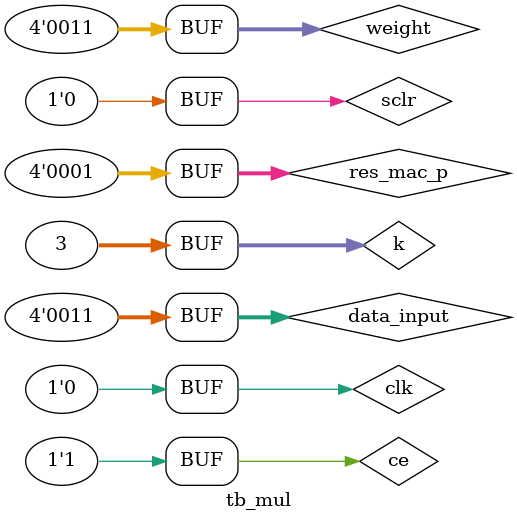
<source format=v>
`timescale 1ns / 1ps


module tb_mul(

    );
                parameter clk_period= 10;
                reg clk,ce,sclr;
                reg [3:0]data_input;
                reg [3:0]res_mac_p;
                reg [3:0]weight;
                
                wire [3:0]res_mac_n;
                wire [3:0]data_input_next_row;
                wire enable_next_mac;
                
    
                mult_gen_0 mult_i (
                              .CLK(clk),    // input wire CLK
                              .A(data_input),        // input wire [3 : 0] A
                              .B(weight),        // input wire [3 : 0] B
                              .CE(ce),      // input wire CE
                              .SCLR(sclr),  // input wire SCLR
                              .P(res_mac_n)        // output wire [3 : 0] P
                            );
                                            
                
                      always begin
                         clk = 1'b1;
                         #(clk_period/2) 
                         clk = 1'b0;
                         #(clk_period/2);
                      end
                integer k;


                
                initial begin 
                ce=1'b0;
                sclr=1'b1;
                #clk_period;
                sclr=1'b0;
                #clk_period;
                ce=1'b1;
                
                data_input=4'h3;
                weight=4'h2;
                res_mac_p=4'h1;
                #2;
                for(k=0;k<3;k=k+1) begin 
                #clk_period;
                end
                weight=4'h3;
                for(k=0;k<3;k=k+1) begin 
                                #clk_period;
                                end
                                
                end 

endmodule

</source>
